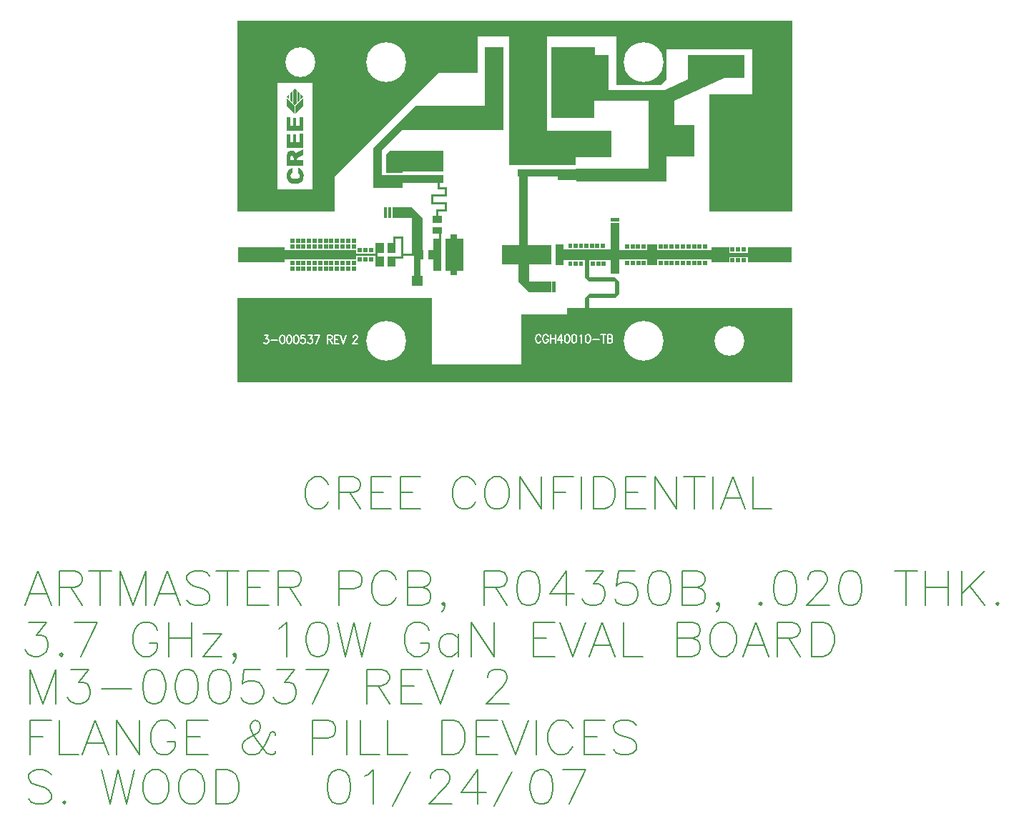
<source format=gbr>
*G04 Output by CAMMaster V9.6.1  PentaLogix LLC*
*G04 Thu Feb 01 18:10:08 2007*
*%FSLAX44Y44*%
%MOIN*%
%IPPOS*%
%ADD14C,0.006*%
%ADD200C,0.005*%
%ADD203C,0.139*%
%ADD204C,0.186*%
%ADD205C,0.012*%

%LPD*%
G36*G1X23550Y6370D2*Y6170D1*X23750*Y6370*X23550*G37*G36*G1X23550Y5850D2*Y5650D1*X23750*Y5850*X23550*G37*G36*G1X23030Y6370D2*Y6170D1*X23230*Y6370*X23030*G37*G36*G1X23030Y5850D2*Y5650D1*X23230*Y5850*X23030*G37*G36*G1X23290Y5850D2*Y5650D1*X23490*Y5850*X23290*G37*G36*G1X23290Y6370D2*Y6170D1*X23490*Y6370*X23290*G37*G36*G1X21240Y5730D2*Y5530D1*X21440*Y5730*X21240*G37*G36*G1X21500Y5730D2*Y5530D1*X21700*Y5730*X21500*G37*G36*G1X21760Y5730D2*Y5530D1*X21960*Y5730*X21760*G37*G36*G1X20720Y5730D2*Y5530D1*X20920*Y5730*X20720*G37*G36*G1X20460Y5730D2*Y5530D1*X20660*Y5730*X20460*G37*G36*G1X20980Y5730D2*Y5530D1*X21180*Y5730*X20980*G37*G36*G1X20200Y5730D2*Y5530D1*X20400*Y5730*X20200*G37*G36*G1X19680Y5730D2*Y5530D1*X19880*Y5730*X19680*G37*G36*G1X19940Y5730D2*Y5530D1*X20140*Y5730*X19940*G37*G36*G1X21760Y6490D2*Y6290D1*X21960*Y6490*X21760*G37*G36*G1X21500Y6490D2*Y6290D1*X21700*Y6490*X21500*G37*G36*G1X21240Y6490D2*Y6290D1*X21440*Y6490*X21240*G37*G36*G1X20720Y6490D2*Y6290D1*X20920*Y6490*X20720*G37*G36*G1X20460Y6490D2*Y6290D1*X20660*Y6490*X20460*G37*G36*G1X20980Y6490D2*Y6290D1*X21180*Y6490*X20980*G37*G36*G1X20190Y6490D2*Y6290D1*X20390*Y6490*X20190*G37*G36*G1X19670Y6490D2*Y6290D1*X19870*Y6490*X19670*G37*G36*G1X19930Y6490D2*Y6290D1*X20130*Y6490*X19930*G37*G36*G1X17450Y7720D2*Y7570D1*X17850*Y7720*X17450*G37*G36*G1X18900Y5730D2*Y5530D1*X19100*Y5730*X18900*G37*G36*G1X18380Y5730D2*Y5530D1*X18580*Y5730*X18380*G37*G36*G1X18120Y5730D2*Y5530D1*X18320*Y5730*X18120*G37*G36*G1X18640Y5730D2*Y5530D1*X18840*Y5730*X18640*G37*G36*G1X17030Y5700D2*Y5500D1*X17230*Y5700*X17030*G37*G36*G1X16770Y5700D2*Y5500D1*X16970*Y5700*X16770*G37*G36*G1X16510Y5700D2*Y5500D1*X16710*Y5700*X16510*G37*G36*G1X15470Y5700D2*Y5500D1*X15650*Y5700*X15470*G37*G36*G1X15710Y5700D2*Y5500D1*X15910*Y5700*X15710*G37*G36*G1X15970Y5700D2*Y5500D1*X16150*Y5700*X15970*G37*G36*G1X14730Y4760D2*Y4260D1*X14880*Y4760*X14730*G37*G36*G1X19090Y6290D2*Y6490D1*X18890*Y6290*X19090*G37*G36*G1X18310Y6290D2*Y6490D1*X18110*Y6290*X18310*G37*G36*G1X18570Y6290D2*Y6490D1*X18370*Y6290*X18570*G37*G36*G1X18830Y6290D2*Y6490D1*X18630*Y6290*X18830*G37*G36*G1X16670Y6320D2*Y6520D1*X16470*Y6320*X16670*G37*G36*G1X16930Y6320D2*Y6520D1*X16730*Y6320*X16930*G37*G36*G1X17190Y6320D2*Y6520D1*X16990*Y6320*X17190*G37*G36*G1X16210Y6520D2*Y6320D1*X16410*Y6520*X16210*G37*G36*G1X15970Y6520D2*Y6320D1*X16150*Y6520*X15970*G37*G36*G1X15710Y6520D2*Y6320D1*X15910*Y6520*X15710*G37*G36*G1X15470Y6520D2*Y6320D1*X15650*Y6520*X15470*G37*G36*G1X7080Y8230D2*Y7730D1*X7230*Y8230*X7080*G37*G36*G1X6870Y8230D2*Y7730D1*X7020*Y8230*X6870*G37*G36*G1X9740Y5260D2*X9990D1*Y5060*X10290*Y5260*X10590*Y6760*X10290*Y6960*X9990*Y6760*X9740*Y5260*G37*G36*G1X9190Y6760D2*Y6230D1*X8940*Y5790*X9190*Y5260*X9540*Y6990*X9570*Y7310*X9160*Y6990*X9440*Y6760*X9190*G37*G36*G1X7290Y8230D2*Y7730D1*X8170*Y6060*X7770*Y6850*X7320*Y6550*X7050*Y6090*X7420*Y6750*X7670*Y5930*X7050*Y5470*X7420*Y5830*X7770*Y5960*X8270*Y5020*X8170*Y4570*X8670*Y5020*X8570*Y5790*X8720*Y6230*X8670*Y7730*X8170Y8230*X7290*G37*G36*G1X5370Y6750D2*Y6550D1*X5570*Y6750*X5370*G37*G36*G1X5110Y6750D2*Y6550D1*X5310*Y6750*X5110*G37*G36*G1X4850Y6750D2*Y6550D1*X5050*Y6750*X4850*G37*G36*G1X4330Y6750D2*Y6550D1*X4530*Y6750*X4330*G37*G36*G1X4070Y6750D2*Y6550D1*X4270*Y6750*X4070*G37*G36*G1X4590Y6750D2*Y6550D1*X4790*Y6750*X4590*G37*G36*G1X3810Y6750D2*Y6550D1*X4010*Y6750*X3810*G37*G36*G1X3550Y6750D2*Y6550D1*X3750*Y6750*X3550*G37*G36*G1X3290Y6750D2*Y6550D1*X3490*Y6750*X3290*G37*G36*G1X6170Y6320D2*Y6120D1*X6370*Y6320*X6170*G37*G36*G1X5910Y6320D2*Y6120D1*X6110*Y6320*X5910*G37*G36*G1X6110Y5700D2*Y5900D1*X5910*Y5700*X6110*G37*G36*G1X6370Y5700D2*Y5900D1*X6170*Y5700*X6370*G37*G36*G1X5110Y5730D2*Y5530D1*X5310*Y5730*X5110*G37*G36*G1X5370Y5730D2*Y5530D1*X5570*Y5730*X5370*G37*G36*G1X5650Y6320D2*Y6120D1*X5850*Y6320*X5650*G37*G36*G1X5650Y5900D2*Y5700D1*X5850*Y5900*X5650*G37*G36*G1X5310Y5270D2*Y5470D1*X5110*Y5270*X5310*G37*G36*G1X5570Y5270D2*Y5470D1*X5370*Y5270*X5570*G37*G36*G1X4850Y5470D2*Y5270D1*X5050*Y5470*X4850*G37*G36*G1X4850Y5730D2*Y5530D1*X5050*Y5730*X4850*G37*G36*G1X4330Y5470D2*Y5270D1*X4530*Y5470*X4330*G37*G36*G1X4330Y5730D2*Y5530D1*X4530*Y5730*X4330*G37*G36*G1X4070Y5470D2*Y5270D1*X4270*Y5470*X4070*G37*G36*G1X4070Y5730D2*Y5530D1*X4270*Y5730*X4070*G37*G36*G1X4590Y5470D2*Y5270D1*X4790*Y5470*X4590*G37*G36*G1X4590Y5730D2*Y5530D1*X4790*Y5730*X4590*G37*G36*G1X3550Y5470D2*Y5270D1*X3750*Y5470*X3550*G37*G36*G1X3550Y5730D2*Y5530D1*X3750*Y5730*X3550*G37*G36*G1X3810Y5730D2*Y5530D1*X4010*Y5730*X3810*G37*G36*G1X3810Y5470D2*Y5270D1*X4010*Y5470*X3810*G37*G36*G1X3290Y5469D2*Y5269D1*X3490*Y5469*X3290*G37*G36*G1X3290Y5729D2*Y5529D1*X3490*Y5729*X3290*G37*G36*G1X3030Y5729D2*Y5529D1*X3230*Y5729*X3030*G37*G36*G1X2770Y5729D2*Y5529D1*X2970*Y5729*X2770*G37*G36*G1X2510Y5729D2*Y5529D1*X2710*Y5729*X2510*G37*G36*G1X3230Y5269D2*Y5469D1*X3030*Y5269*X3230*G37*G36*G1X2970Y5269D2*Y5469D1*X2770*Y5269*X2970*G37*G36*G1X2710Y5269D2*Y5469D1*X2510*Y5269*X2710*G37*G36*G1X3030Y6750D2*Y6550D1*X3230*Y6750*X3030*G37*G36*G1X2770Y6750D2*Y6550D1*X2970*Y6750*X2770*G37*G36*G1X2510Y6750D2*Y6550D1*X2710*Y6750*X2510*G37*G36*G1X5570Y6290D2*Y6490D1*X5370*Y6290*X5570*G37*G36*G1X5310Y6290D2*Y6490D1*X5110*Y6290*X5310*G37*G36*G1X5050Y6290D2*Y6490D1*X4850*Y6290*X5050*G37*G36*G1X4530Y6290D2*Y6490D1*X4330*Y6290*X4530*G37*G36*G1X4270Y6290D2*Y6490D1*X4070*Y6290*X4270*G37*G36*G1X4790Y6290D2*Y6490D1*X4590*Y6290*X4790*G37*G36*G1X4010Y6290D2*Y6490D1*X3810*Y6290*X4010*G37*G36*G1X3750Y6290D2*Y6490D1*X3550*Y6290*X3750*G37*G36*G1X3490Y6290D2*Y6490D1*X3290*Y6290*X3490*G37*G36*G1X3030Y6490D2*Y6290D1*X3230*Y6490*X3030*G37*G36*G1X2770Y6490D2*Y6290D1*X2970*Y6490*X2770*G37*G36*G1X2510Y6490D2*Y6290D1*X2710*Y6490*X2510*G37*G36*G1X90Y6360D2*Y5660D1*X2240*Y5790*X5590*Y5960*X6500*Y5470*X6870*Y5930*X6600*Y6090*X6870*Y6550*X6500*Y6060*X5590*Y6230*X2240*Y6360*X90*G37*G36*G1X6990Y10700D2*Y9830D1*X7760*Y9890*X9640*Y10870*X7170*X6990Y10700*G37*G36*G1X12390Y5560D2*X13140D1*Y4760*X13650Y4260*X14670*Y4760*X13650*Y5560*X14690*Y6460*X13590*Y9660*X15000*Y9490*X15850*Y9420*X20050*Y10600*X21360*Y12050*X20410*Y13180*X22750Y14260*X23670*Y15340*X21060*Y14200*X20000Y13680*X17360*Y15340*X16720*Y15690*X14670*Y12390*X16690*Y13180*X19220*Y10020*X15830*Y9990*X13110*Y9660*X13190*Y6460*X12390*Y5560*G37*G36*G1X0Y4000D2*Y0D1*X26000*Y3530*X16450*Y4010*X17650*X17850Y4210*Y4760*X17650Y4960*X16450*Y5760*X17450*Y5140*X17850*Y5790*X19150*Y5530*X19610*Y5790*X22160Y5780*Y5650*X22970*Y5910*X23850*Y5650*X25890*Y6360*X23850*Y6110*X22970*Y6370*X22160*Y6230*X19610*Y6490*X19150*Y6230*X17850*Y7510*X17450*Y6260*X15250*Y6500*X14890*Y5520*X15250*Y5760*X16250*Y4960*X16450Y4760*X17650*Y4210*X16450*X16250Y4010*Y3530*X15420*Y3220*X13280*Y910*X9110*Y4000*X0*G37*G36*G1X6380Y9140D2*X7740D1*Y9360*X9370*Y9070*X9720*Y8820*X9070*Y8370*X9720*Y8120*X9320*Y7830*X9160*Y7510*X9570*Y7830*X9420*Y8020*X9820*Y8470*X9170*Y8720*X9820*Y9170*X9470*Y9360*X9640*Y9720*X6780*Y10880*X7730Y11820*X12460*Y15690*X11590*Y12960*X8370*X6380Y10980*Y9140*G37*G36*G1X6474Y11546D2*X3540D1*Y9061*X1932*Y11546*X0*Y8030*X4590*Y9670*X6474Y11546*G37*G36*G1X0Y11546D2*X1932D1*Y14032*X3540*Y11546*X6474*X9430Y14490*X11250*Y16180*X12720*Y10180*X15830*Y10560*X17500*Y11800*X14470*Y16180*X17710*Y13920*X19770*X20060Y14210*Y15580*X24040*Y13500*X22050*Y8040*X26000*Y17000*X0*Y11546*G37*G36*G1X2418Y9459D2*X2462Y9410D1*X2523Y9367*X2594Y9338*X2681Y9322*X2821Y9326*X2891Y9339*X2954Y9366*X3012Y9403*X3075Y9461*X3114Y9534*X3134Y9612*X3142Y9731*X3130Y9821*X3098Y9912*X3057Y9966*X3010Y10009*X2976Y10024*X2925Y10050*X2877Y10062*Y9836*X2893Y9829*X2925Y9806*X2950Y9771*X2959Y9746*X2962Y9695*X2956Y9661*X2942Y9629*X2925Y9605*X2906Y9588*X2857Y9568*X2820Y9562*X2779Y9557*X2744*X2693Y9559*X2645Y9567*X2609Y9578*X2580Y9597*X2554Y9621*X2535Y9655*X2525Y9694*Y9735*X2528Y9746*X2538Y9774*X2555Y9800*X2577Y9822*X2609Y9840*X2633Y9848*Y10072*X2544Y10041*X2451Y9985*X2403Y9925*X2377Y9871*X2355Y9792*X2348Y9686*X2356Y9616*X2378Y9527*X2418Y9459*G37*G36*G1X2358Y11784D2*X3124D1*Y12429*X2953*Y12022*X2800*Y12389*X2643*Y12022*X2524*Y12417*X2358*Y11784*G37*G36*G1X2356Y11010D2*X3122D1*Y11655*X2951*Y11248*X2797*Y11615*X2641*Y11248*X2522*Y11642*X2356*Y11010*G37*G36*G1X2867Y10526D2*X2670D1*Y10418*X2515*Y10526*X2361*Y10179*X3129*Y10421*X2816*Y10497*X2867Y10526*G37*G36*G1X2361Y10526D2*X2515D1*Y10538*X2522Y10583*X2534Y10608*X2547Y10620*X2569Y10630*X2590Y10633*X2615Y10630*X2631Y10622*X2648Y10607*X2658Y10589*X2662Y10571*X2667Y10553*X2670Y10530*Y10526*X2867*X3129Y10670*Y10937*X2771Y10748*X2740Y10798*X2714Y10823*X2679Y10847*X2648Y10861*X2608Y10870*X2547*X2494Y10858*X2454Y10836*X2427Y10817*X2394Y10772*X2376Y10731*X2365Y10669*X2361Y10622*Y10526*G37*G36*G1X2995Y13254D2*X3124Y13385D1*X2995Y13510*Y13254*G37*G36*G1X2958Y13217D2*Y13548D1*X2844Y13658*Y13102*X2958Y13217*G37*G36*G1X2616Y13102D2*Y13658D1*X2502Y13548*Y13217*X2616Y13102*G37*G36*G1X2730Y13000D2*X2807Y13076D1*Y13694*X2730Y13769*X2653Y13694*Y13076*X2730Y13000*G37*G36*G1X2465Y13254D2*Y13510D1*X2336Y13385*X2465Y13254*G37*G36*G1X2745Y12599D2*X3124Y12975D1*Y13333*X2745Y12957*Y12599*G37*G36*G1X2336Y13324D2*Y12966D1*X2706Y12599*Y12957*X2336Y13324*G37*D14*G1X12704Y-14928D2*X11638D1*X12400Y-14166*X12552Y-13938*X12628Y-13785*Y-13633*X12552Y-13480*X12476Y-13404*X12324Y-13328*X12019*X11866Y-13404*X11790Y-13480*X11714Y-13633*Y-13709*X10114Y-13328D2*X9504Y-14928D1*X8895Y-13328*X7676Y-14928D2*X8666D1*X7676Y-14090D2*X8285D1*X8666Y-13328D2*X7676D1*Y-14928*X6609Y-14090D2*X7142Y-14928D1*X6076Y-14090D2*X6762D1*X6990Y-14014*X7066Y-13938*X7142Y-13785*Y-13633*X7066Y-13480*X6990Y-13404*X6762Y-13328*X6076*Y-14928*X3257Y-13328D2*X4324D1*X3562Y-14928*X1733Y-14623D2*X1809Y-14776D1*X1885Y-14852*X2114Y-14928*X2342*X2571Y-14852*X2724Y-14699*X2800Y-14471*Y-14318*X2724Y-14090*X2647Y-14014*X2495Y-13938*X2266*X2724Y-13328*X1885*X209Y-14623D2*X285Y-14776D1*X362Y-14852*X590Y-14928*X819*X1047Y-14852*X1200Y-14699*X1276Y-14471*Y-14318*X1200Y-14090*X1047Y-13938*X819Y-13861*X590*X362Y-13938*X285Y-14014*X362Y-13328*X1124*X-858D2*X-705D1*X-476Y-13404*X-324Y-13633*X-248Y-14014*Y-14242*X-324Y-14623*X-476Y-14852*X-705Y-14928*X-858*X-1086Y-14852*X-1238Y-14623*X-1315Y-14242*Y-14014*X-1238Y-13633*X-1086Y-13404*X-858Y-13328*X-2381D2*X-2229D1*X-2000Y-13404*X-1848Y-13633*X-1772Y-14014*Y-14242*X-1848Y-14623*X-2000Y-14852*X-2229Y-14928*X-2381*X-2610Y-14852*X-2762Y-14623*X-2838Y-14242*Y-14014*X-2762Y-13633*X-2610Y-13404*X-2381Y-13328*X-3905D2*X-3753D1*X-3524Y-13404*X-3372Y-13633*X-3296Y-14014*Y-14242*X-3372Y-14623*X-3524Y-14852*X-3753Y-14928*X-3905*X-4134Y-14852*X-4286Y-14623*X-4362Y-14242*Y-14014*X-4286Y-13633*X-4134Y-13404*X-3905Y-13328*X-6267Y-14242D2*X-4896D1*X-7867Y-14623D2*X-7791Y-14776D1*X-7715Y-14852*X-7486Y-14928*X-7257*X-7029Y-14852*X-6876Y-14699*X-6800Y-14471*Y-14318*X-6876Y-14090*X-6953Y-14014*X-7105Y-13938*X-7334*X-6876Y-13328*X-7715*X-8400Y-14928D2*Y-13328D1*X-9010Y-14928*X-9619Y-13328*Y-14928*X17581Y-17077D2*X17733Y-17229D1*X17962Y-17305*X18266*X18495Y-17229*X18647Y-17077*Y-16848*X18571Y-16696*X18495Y-16620*X18342Y-16544*X17885Y-16391*X17733Y-16315*X17657Y-16239*X17581Y-16086*Y-15934*X17733Y-15782*X17962Y-15705*X18266*X18495Y-15782*X18647Y-15934*X16209Y-17305D2*X17200D1*X16209Y-16467D2*X16819D1*X17200Y-15705D2*X16209D1*Y-17305*X15676Y-16924D2*X15600Y-17077D1*X15447Y-17229*X15295Y-17305*X14990*X14838Y-17229*X14685Y-17077*X14609Y-16924*X14533Y-16696*Y-16315*X14609Y-16086*X14685Y-15934*X14838Y-15782*X14990Y-15705*X15295*X15447Y-15782*X15600Y-15934*X15676Y-16086*X14000Y-15705D2*Y-17305D1*X13619Y-15705D2*X13009Y-17305D1*X12400Y-15705*X11181Y-17305D2*X12171D1*X11181Y-16467D2*X11790D1*X12171Y-15705D2*X11181D1*Y-17305*X9581D2*X10114D1*X10342Y-17229*X10495Y-17077*X10571Y-16924*X10647Y-16696*Y-16315*X10571Y-16086*X10495Y-15934*X10342Y-15782*X10114Y-15705*X9581*Y-17305*X7981D2*X7066D1*Y-15705*X6685Y-17305D2*X5771D1*Y-15705*X5162D2*Y-17305D1*X3562Y-16544D2*X4247D1*X4476Y-16467*X4552Y-16391*X4628Y-16239*Y-16010*X4552Y-15858*X4476Y-15782*X4247Y-15705*X3562*Y-17305*X1809Y-17153D2*Y-17229D1*X1733Y-17305*X1581*X1428Y-17229*X1276Y-17077*X895Y-16544*X742Y-16315*X666Y-16086*Y-15934*X742Y-15782*X895Y-15705*X1047Y-15782*X1124Y-15934*Y-16086*X1047Y-16239*X971Y-16315*X438Y-16620*X362Y-16696*X285Y-16848*Y-17001*X362Y-17153*X438Y-17229*X590Y-17305*X895*X1047Y-17229*X1200Y-17077*X1352Y-16848*X1504Y-16467*X1581Y-16315*X1657Y-16239*X1733*X1809Y-16315*Y-16391*X-2305Y-17305D2*X-1315D1*X-2305Y-16467D2*X-1696D1*X-1315Y-15705D2*X-2305D1*Y-17305*X-3219Y-16696D2*X-2838D1*Y-16924*X-2915Y-17077*X-3067Y-17229*X-3219Y-17305*X-3524*X-3676Y-17229*X-3829Y-17077*X-3905Y-16924*X-3981Y-16696*Y-16315*X-3905Y-16086*X-3829Y-15934*X-3676Y-15782*X-3524Y-15705*X-3219*X-3067Y-15782*X-2915Y-15934*X-2838Y-16086*X-4515Y-15705D2*Y-17305D1*X-5581Y-15705*Y-17305*X-6953Y-16772D2*X-6191D1*X-5962Y-17305D2*X-6572Y-15705D1*X-7181Y-17305*X-7334D2*X-8248D1*Y-15705*X-9619Y-16467D2*X-9010D1*X-8629Y-15705D2*X-9619D1*Y-17305*X15219Y-18013D2*X16285D1*X15524Y-19613*X14152Y-18013D2*X14304D1*X14533Y-18089*X14685Y-18317*X14762Y-18698*Y-18927*X14685Y-19308*X14533Y-19536*X14304Y-19613*X14152*X13924Y-19536*X13771Y-19308*X13695Y-18927*Y-18698*X13771Y-18317*X13924Y-18089*X14152Y-18013*X12857Y-18089D2*X12019Y-19689D1*X11257Y-18013D2*Y-19613D1*X11638Y-19079D2*X10495D1*X11257Y-18013*X10038Y-19613D2*X8971D1*X9733Y-18851*X9885Y-18622*X9962Y-18470*Y-18317*X9885Y-18165*X9809Y-18089*X9657Y-18013*X9352*X9200Y-18089*X9124Y-18165*X9047Y-18317*Y-18394*X8133Y-18089D2*X7295Y-19689D1*X6381Y-19613D2*Y-18013D1*X6152Y-18241*X6000Y-18317*X4704Y-18013D2*X4857D1*X5085Y-18089*X5238Y-18317*X5314Y-18698*Y-18927*X5238Y-19308*X5085Y-19536*X4857Y-19613*X4704*X4476Y-19536*X4324Y-19308*X4247Y-18927*Y-18698*X4324Y-18317*X4476Y-18089*X4704Y-18013*X-934Y-19613D2*X-400D1*X-172Y-19536*X-19Y-19384*X57Y-19232*X133Y-19003*Y-18622*X57Y-18394*X-19Y-18241*X-172Y-18089*X-400Y-18013*X-934*Y-19613*X-2229Y-18013D2*X-1924D1*X-1772Y-18089*X-1619Y-18241*X-1543Y-18394*X-1467Y-18622*Y-19003*X-1543Y-19232*X-1619Y-19384*X-1772Y-19536*X-1924Y-19613*X-2229*X-2381Y-19536*X-2534Y-19384*X-2610Y-19232*X-2686Y-19003*Y-18622*X-2610Y-18394*X-2534Y-18241*X-2381Y-18089*X-2229Y-18013*X-3905D2*X-3600D1*X-3448Y-18089*X-3296Y-18241*X-3219Y-18394*X-3143Y-18622*Y-19003*X-3219Y-19232*X-3296Y-19384*X-3448Y-19536*X-3600Y-19613*X-3905*X-4058Y-19536*X-4210Y-19384*X-4286Y-19232*X-4362Y-19003*Y-18622*X-4286Y-18394*X-4210Y-18241*X-4058Y-18089*X-3905Y-18013*X-4743D2*X-5124Y-19613D1*X-5505Y-18013*X-5886Y-19613*X-6267Y-18013*X-8019Y-19460D2*X-7943Y-19536D1*X-8019Y-19613*X-8096Y-19536*X-8019Y-19460*X-9696Y-19384D2*X-9543Y-19536D1*X-9315Y-19613*X-9010*X-8781Y-19536*X-8629Y-19384*Y-19156*X-8705Y-19003*X-8781Y-18927*X-8934Y-18851*X-9391Y-18698*X-9543Y-18622*X-9619Y-18546*X-9696Y-18394*Y-18241*X-9543Y-18089*X-9315Y-18013*X-9010*X-8781Y-18089*X-8629Y-18241*X24935Y-5852D2*X24078D1*Y-4352*X22792Y-5352D2*X23506D1*X23720Y-5852D2*X23149Y-4352D1*X22578Y-5852*X22220Y-4352D2*Y-5852D1*X20863Y-4352D2*X21863D1*X21363D2*Y-5852D1*X20506Y-4352D2*Y-5852D1*X19506Y-4352*Y-5852*X18149D2*X19078D1*X18149Y-5066D2*X18720D1*X19078Y-4352D2*X18149D1*Y-5852*X16649D2*X17149D1*X17363Y-5780*X17506Y-5637*X17578Y-5495*X17649Y-5280*Y-4923*X17578Y-4709*X17506Y-4566*X17363Y-4423*X17149Y-4352*X16649*Y-5852*X16078Y-4352D2*Y-5852D1*X14792Y-5066D2*X15363D1*X15720Y-4352D2*X14792D1*Y-5852*X14220Y-4352D2*Y-5852D1*X13220Y-4352*Y-5852*X12006Y-4352D2*X12292D1*X12435Y-4423*X12578Y-4566*X12649Y-4709*X12720Y-4923*Y-5280*X12649Y-5495*X12578Y-5637*X12435Y-5780*X12292Y-5852*X12006*X11863Y-5780*X11720Y-5637*X11649Y-5495*X11578Y-5280*Y-4923*X11649Y-4709*X11720Y-4566*X11863Y-4423*X12006Y-4352*X11149Y-5495D2*X11078Y-5637D1*X10935Y-5780*X10792Y-5852*X10506*X10363Y-5780*X10220Y-5637*X10149Y-5495*X10078Y-5280*Y-4923*X10149Y-4709*X10220Y-4566*X10363Y-4423*X10506Y-4352*X10792*X10935Y-4423*X11078Y-4566*X11149Y-4709*X7649Y-5852D2*X8578D1*X7649Y-5066D2*X8220D1*X8578Y-4352D2*X7649D1*Y-5852*X6292D2*X7220D1*X6292Y-5066D2*X6863D1*X7220Y-4352D2*X6292D1*Y-5852*X5292Y-5066D2*X5792Y-5852D1*X4792Y-5066D2*X5435D1*X5649Y-4995*X5720Y-4923*X5792Y-4780*Y-4637*X5720Y-4495*X5649Y-4423*X5435Y-4352*X4792*Y-5852*X4292Y-5495D2*X4220Y-5637D1*X4078Y-5780*X3935Y-5852*X3649*X3506Y-5780*X3363Y-5637*X3292Y-5495*X3220Y-5280*Y-4923*X3292Y-4709*X3363Y-4566*X3506Y-4423*X3649Y-4352*X3935*X4078Y-4423*X4220Y-4566*X4292Y-4709*X35485Y-10188D2*X35562Y-10264D1*X35485Y-10340*X35409Y-10264*X35485Y-10188*X34190Y-9426D2*X34876Y-10340D1*Y-8740D2*X33809Y-9807D1*Y-8740D2*Y-10340D1*X32133Y-9502D2*X33200D1*Y-8740D2*Y-10340D1*X32133Y-8740D2*Y-10340D1*X30685Y-8740D2*X31752D1*X31219D2*Y-10340D1*X28552Y-8740D2*X28704D1*X28933Y-8816*X29085Y-9045*X29162Y-9426*Y-9654*X29085Y-10035*X28933Y-10264*X28704Y-10340*X28552*X28324Y-10264*X28171Y-10035*X28095Y-9654*Y-9426*X28171Y-9045*X28324Y-8816*X28552Y-8740*X27638Y-10340D2*X26571D1*X27333Y-9578*X27485Y-9349*X27562Y-9197*Y-9045*X27485Y-8892*X27409Y-8816*X27257Y-8740*X26952*X26800Y-8816*X26724Y-8892*X26647Y-9045*Y-9121*X25504Y-8740D2*X25657D1*X25885Y-8816*X26038Y-9045*X26114Y-9426*Y-9654*X26038Y-10035*X25885Y-10264*X25657Y-10340*X25504*X25276Y-10264*X25124Y-10035*X25047Y-9654*Y-9426*X25124Y-9045*X25276Y-8816*X25504Y-8740*X24438Y-10188D2*X24514Y-10264D1*X24438Y-10340*X24362Y-10264*X24438Y-10188*X22381Y-10645D2*X22457Y-10568D1*X22533Y-10416*Y-10264*X22457Y-10188*X22381Y-10264*X22457Y-10340*X22533Y-10264*X20781Y-10340D2*X21466D1*X21695Y-10264*X21771Y-10188*X21847Y-10035*Y-9807*X21771Y-9654*X21695Y-9578*X21466Y-9502*X20781*X21466D2*X21695Y-9426D1*X21771Y-9349*X21847Y-9197*Y-9045*X21771Y-8892*X21695Y-8816*X21466Y-8740*X20781*Y-10340*X19638Y-8740D2*X19790D1*X20019Y-8816*X20171Y-9045*X20247Y-9426*Y-9654*X20171Y-10035*X20019Y-10264*X19790Y-10340*X19638*X19409Y-10264*X19257Y-10035*X19181Y-9654*Y-9426*X19257Y-9045*X19409Y-8816*X19638Y-8740*X17657Y-10035D2*X17733Y-10188D1*X17809Y-10264*X18038Y-10340*X18266*X18495Y-10264*X18647Y-10111*X18724Y-9883*Y-9730*X18647Y-9502*X18495Y-9349*X18266Y-9273*X18038*X17809Y-9349*X17733Y-9426*X17809Y-8740*X18571*X16133Y-10035D2*X16209Y-10188D1*X16285Y-10264*X16514Y-10340*X16742*X16971Y-10264*X17124Y-10111*X17200Y-9883*Y-9730*X17124Y-9502*X17047Y-9426*X16895Y-9349*X16666*X17124Y-8740*X16285*X15371D2*Y-10340D1*X15752Y-9807D2*X14609D1*X15371Y-8740*X13542D2*X13695D1*X13924Y-8816*X14076Y-9045*X14152Y-9426*Y-9654*X14076Y-10035*X13924Y-10264*X13695Y-10340*X13542*X13314Y-10264*X13162Y-10035*X13085Y-9654*Y-9426*X13162Y-9045*X13314Y-8816*X13542Y-8740*X12095Y-9502D2*X12628Y-10340D1*X11562Y-9502D2*X12247D1*X12476Y-9426*X12552Y-9349*X12628Y-9197*Y-9045*X12552Y-8892*X12476Y-8816*X12247Y-8740*X11562*Y-10340*X9581Y-10645D2*X9657Y-10568D1*X9733Y-10416*Y-10264*X9657Y-10188*X9581Y-10264*X9657Y-10340*X9733Y-10264*X7981Y-10340D2*X8666D1*X8895Y-10264*X8971Y-10188*X9047Y-10035*Y-9807*X8971Y-9654*X8895Y-9578*X8666Y-9502*X7981*X8666D2*X8895Y-9426D1*X8971Y-9349*X9047Y-9197*Y-9045*X8971Y-8892*X8895Y-8816*X8666Y-8740*X7981*Y-10340*X7447Y-9959D2*X7371Y-10111D1*X7219Y-10264*X7066Y-10340*X6762*X6609Y-10264*X6457Y-10111*X6381Y-9959*X6304Y-9730*Y-9349*X6381Y-9121*X6457Y-8968*X6609Y-8816*X6762Y-8740*X7066*X7219Y-8816*X7371Y-8968*X7447Y-9121*X4781Y-9578D2*X5466D1*X5695Y-9502*X5771Y-9426*X5847Y-9273*Y-9045*X5771Y-8892*X5695Y-8816*X5466Y-8740*X4781*Y-10340*X2495Y-9502D2*X3028Y-10340D1*X1962Y-9502D2*X2647D1*X2876Y-9426*X2952Y-9349*X3028Y-9197*Y-9045*X2952Y-8892*X2876Y-8816*X2647Y-8740*X1962*Y-10340*X514D2*X1504D1*X514Y-9502D2*X1124D1*X1504Y-8740D2*X514D1*Y-10340*X-934Y-8740D2*X133D1*X-400D2*Y-10340D1*X-2305Y-10111D2*X-2153Y-10264D1*X-1924Y-10340*X-1619*X-1391Y-10264*X-1238Y-10111*Y-9883*X-1315Y-9730*X-1391Y-9654*X-1543Y-9578*X-2000Y-9426*X-2153Y-9349*X-2229Y-9273*X-2305Y-9121*Y-8968*X-2153Y-8816*X-1924Y-8740*X-1619*X-1391Y-8816*X-1238Y-8968*X-3600Y-9807D2*X-2838D1*X-2610Y-10340D2*X-3219Y-8740D1*X-3829Y-10340*X-4210D2*Y-8740D1*X-4819Y-10340*X-5429Y-8740*Y-10340*X-6876Y-8740D2*X-5810D1*X-6343D2*Y-10340D1*X-7715Y-9502D2*X-7181Y-10340D1*X-8248Y-9502D2*X-7562D1*X-7334Y-9426*X-7258Y-9349*X-7181Y-9197*Y-9045*X-7258Y-8892*X-7334Y-8816*X-7562Y-8740*X-8248*Y-10340*X-9619Y-9807D2*X-8857D1*X-8629Y-10340D2*X-9238Y-8740D1*X-9848Y-10340*X26808Y-12721D2*X27341D1*X27570Y-12645*X27722Y-12493*X27798Y-12340*X27874Y-12112*Y-11731*X27798Y-11502*X27722Y-11350*X27570Y-11197*X27341Y-11121*X26808*Y-12721*X25741Y-11883D2*X26274Y-12721D1*X25208Y-11883D2*X25893D1*X26122Y-11807*X26198Y-11731*X26274Y-11578*Y-11426*X26198Y-11274*X26122Y-11197*X25893Y-11121*X25208*Y-12721*X23836Y-12188D2*X24598D1*X24827Y-12721D2*X24217Y-11121D1*X23608Y-12721*X22541Y-11121D2*X22846D1*X22998Y-11197*X23150Y-11350*X23227Y-11502*X23303Y-11731*Y-12112*X23227Y-12340*X23150Y-12493*X22998Y-12645*X22846Y-12721*X22541*X22389Y-12645*X22236Y-12493*X22160Y-12340*X22084Y-12112*Y-11731*X22160Y-11502*X22236Y-11350*X22389Y-11197*X22541Y-11121*X20560Y-12721D2*X21246D1*X21474Y-12645*X21550Y-12569*X21627Y-12416*Y-12188*X21550Y-12036*X21474Y-11959*X21246Y-11883*X20560*X21246D2*X21474Y-11807D1*X21550Y-11731*X21627Y-11578*Y-11426*X21550Y-11274*X21474Y-11197*X21246Y-11121*X20560*Y-12721*X18960D2*X18046D1*Y-11121*X16674Y-12188D2*X17436D1*X17665Y-12721D2*X17055Y-11121D1*X16446Y-12721*X16293Y-11121D2*X15684Y-12721D1*X15074Y-11121*X13855Y-12721D2*X14846D1*X13855Y-11883D2*X14465D1*X14846Y-11121D2*X13855D1*Y-12721*X12027Y-11121D2*Y-12721D1*X10960Y-11121*Y-12721*X10350Y-12493D2*X10198Y-12645D1*X10046Y-12721*X9817*X9665Y-12645*X9512Y-12493*X9436Y-12264*Y-12112*X9512Y-11883*X9665Y-11731*X9817Y-11654*X10046*X10198Y-11731*X10350Y-11883*Y-11654D2*Y-12721D1*X8598Y-12112D2*X8979D1*Y-12340*X8903Y-12493*X8750Y-12645*X8598Y-12721*X8293*X8141Y-12645*X7989Y-12493*X7912Y-12340*X7836Y-12112*Y-11731*X7912Y-11502*X7989Y-11350*X8141Y-11197*X8293Y-11121*X8598*X8750Y-11197*X8903Y-11350*X8979Y-11502*X6236Y-11121D2*X5855Y-12721D1*X5474Y-11121*X5093Y-12721*X4712Y-11121*X3722D2*X3874D1*X4103Y-11197*X4255Y-11426*X4331Y-11807*Y-12036*X4255Y-12416*X4103Y-12645*X3874Y-12721*X3722*X3493Y-12645*X3341Y-12416*X3265Y-12036*Y-11807*X3341Y-11426*X3493Y-11197*X3722Y-11121*X2350Y-12721D2*Y-11121D1*X2122Y-11350*X1970Y-11426*X-164Y-13026D2*X-88Y-12950D1*X-11Y-12797*Y-12645*X-88Y-12569*X-164Y-12645*X-88Y-12721*X-11Y-12645*X-1535Y-12721D2*X-697D1*X-1535Y-11654D2*X-697D1*X-1535Y-12721*X-3135Y-11883D2*X-2069D1*Y-11121D2*Y-12721D1*X-3135Y-11121D2*Y-12721D1*X-4050Y-12112D2*X-3669D1*Y-12340*X-3745Y-12493*X-3897Y-12645*X-4050Y-12721*X-4354*X-4507Y-12645*X-4659Y-12493*X-4735Y-12340*X-4811Y-12112*Y-11731*X-4735Y-11502*X-4659Y-11350*X-4507Y-11197*X-4354Y-11121*X-4050*X-3897Y-11197*X-3745Y-11350*X-3669Y-11502*X-7554Y-11121D2*X-6488D1*X-7250Y-12721*X-8164Y-12569D2*X-8088Y-12645D1*X-8164Y-12721*X-8240Y-12645*X-8164Y-12569*X-9840Y-12416D2*X-9764Y-12569D1*X-9688Y-12645*X-9459Y-12721*X-9230*X-9002Y-12645*X-8850Y-12493*X-8773Y-12264*Y-12112*X-8850Y-11883*X-8926Y-11807*X-9078Y-11731*X-9307*X-8850Y-11121*X-9688*
%LPC*%
D200*G1X1317Y2263D2*X1495D1*X1398Y2110*X1446*X1479Y2091*X1495Y2072*X1511Y2015*Y1977*X1495Y1920*X1462Y1882*X1414Y1863*X1365*X1317Y1882*X1300Y1901*X1284Y1939*X1624Y2034D2*X1916D1*X2126Y2263D2*X2078Y2244D1*X2045Y2187*X2029Y2091*Y2034*X2045Y1939*X2078Y1882*X2126Y1863*X2159*X2207Y1882*X2240Y1939*X2256Y2034*Y2091*X2240Y2187*X2207Y2244*X2159Y2263*X2126*X2450D2*X2401Y2244D1*X2369Y2187*X2353Y2091*Y2034*X2369Y1939*X2401Y1882*X2450Y1863*X2482*X2531Y1882*X2563Y1939*X2580Y2034*Y2091*X2563Y2187*X2531Y2244*X2482Y2263*X2450*X2774D2*X2725Y2244D1*X2693Y2187*X2677Y2091*Y2034*X2693Y1939*X2725Y1882*X2774Y1863*X2806*X2855Y1882*X2887Y1939*X2903Y2034*Y2091*X2887Y2187*X2855Y2244*X2806Y2263*X2774*X3195D2*X3033D1*X3017Y2091*X3033Y2110*X3081Y2130*X3130*X3179Y2110*X3211Y2072*X3227Y2015*Y1977*X3211Y1920*X3179Y1882*X3130Y1863*X3081*X3033Y1882*X3017Y1901*X3000Y1939*X3357Y2263D2*X3535D1*X3438Y2110*X3486*X3519Y2091*X3535Y2072*X3551Y2015*Y1977*X3535Y1920*X3502Y1882*X3454Y1863*X3405*X3357Y1882*X3340Y1901*X3324Y1939*X3713Y1863D2*X3875Y2263D1*X3648*X4247Y1863D2*Y2263D1*X4393*X4441Y2244*X4458Y2225*X4474Y2187*Y2149*X4458Y2110*X4441Y2091*X4393Y2072*X4247*X4360D2*X4474Y1863D1*X4587D2*Y2263D1*X4798*X4587Y2072D2*X4717D1*X4587Y1863D2*X4798D1*X4846Y2263D2*X4976Y1863D1*X5105Y2263*X5445Y2168D2*Y2187D1*X5461Y2225*X5478Y2244*X5510Y2263*X5575*X5607Y2244*X5623Y2225*X5640Y2187*Y2149*X5623Y2110*X5591Y2053*X5429Y1863*X5656*X17304Y1898D2*X17450D1*X17498Y1917*X17514Y1936*X17531Y1974*Y2032*X17514Y2070*X17498Y2089*X17450Y2108*X17304*X17450D2*X17498Y2127D1*X17514Y2146*X17531Y2184*Y2222*X17514Y2260*X17498Y2279*X17450Y2298*X17304*Y1898*X16996Y2298D2*X17223D1*X17110D2*Y1898D1*X16624Y2070D2*X16915D1*X16381Y2298D2*X16414D1*X16462Y2279*X16494Y2222*X16511Y2127*Y2070*X16494Y1974*X16462Y1917*X16414Y1898*X16381*X16333Y1917*X16300Y1974*X16284Y2070*Y2127*X16300Y2222*X16333Y2279*X16381Y2298*X16090Y1898D2*Y2298D1*X16041Y2241*X16009Y2222*X15734Y2298D2*X15766D1*X15814Y2279*X15847Y2222*X15863Y2127*Y2070*X15847Y1974*X15814Y1917*X15766Y1898*X15734*X15685Y1917*X15653Y1974*X15636Y2070*Y2127*X15653Y2222*X15685Y2279*X15734Y2298*X15410D2*X15442D1*X15491Y2279*X15523Y2222*X15539Y2127*Y2070*X15523Y1974*X15491Y1917*X15442Y1898*X15410*X15361Y1917*X15329Y1974*X15313Y2070*Y2127*X15329Y2222*X15361Y2279*X15410Y2298*X15151D2*Y1898D1*X15232Y2032D2*X14989D1*X15151Y2298*X14649Y2108D2*X14875D1*Y2298D2*Y1898D1*X14649Y2298D2*Y1898D1*X14454Y2051D2*X14535D1*Y1993*X14519Y1955*X14487Y1917*X14454Y1898*X14390*X14357Y1917*X14325Y1955*X14309Y1993*X14293Y2051*Y2146*X14309Y2203*X14325Y2241*X14357Y2279*X14390Y2298*X14454*X14487Y2279*X14519Y2241*X14535Y2203*X14195Y1993D2*X14179Y1955D1*X14147Y1917*X14114Y1898*X14050*X14017Y1917*X13985Y1955*X13969Y1993*X13953Y2051*Y2146*X13969Y2203*X13985Y2241*X14017Y2279*X14050Y2298*X14114*X14147Y2279*X14179Y2241*X14195Y2203*D205*X26000Y0D2*X0D1*Y17000*X26000*Y0*D203*X3000Y15000D3*X23000Y2000D3*D204*X19000Y15000D3*X7000Y2000D3*X19000D3*X7000Y15000D3*X0Y0D2*M02*
</source>
